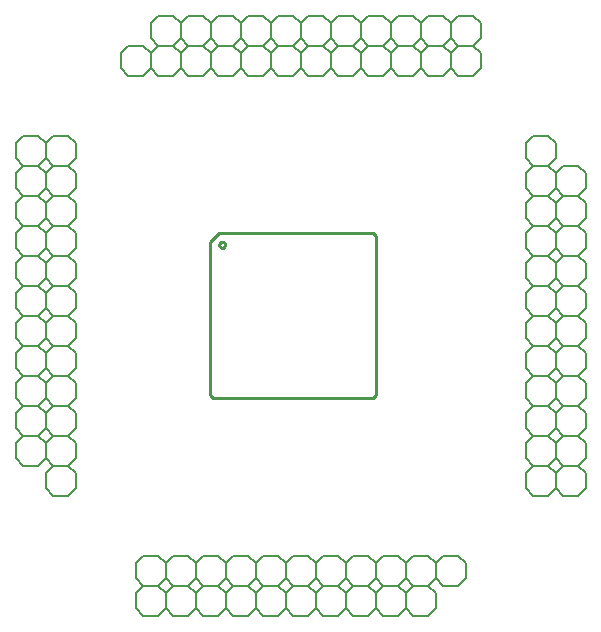
<source format=gto>
G75*
G70*
%OFA0B0*%
%FSLAX24Y24*%
%IPPOS*%
%LPD*%
%AMOC8*
5,1,8,0,0,1.08239X$1,22.5*
%
%ADD10C,0.0100*%
%ADD11C,0.0080*%
D10*
X007197Y008302D02*
X007099Y008401D01*
X007099Y013519D01*
X007394Y013814D01*
X012512Y013814D01*
X012611Y013716D01*
X012611Y008401D01*
X012512Y008302D01*
X007197Y008302D01*
X007395Y013420D02*
X007397Y013439D01*
X007402Y013458D01*
X007412Y013474D01*
X007424Y013489D01*
X007439Y013501D01*
X007455Y013511D01*
X007474Y013516D01*
X007493Y013518D01*
X007512Y013516D01*
X007531Y013511D01*
X007547Y013501D01*
X007562Y013489D01*
X007574Y013474D01*
X007584Y013458D01*
X007589Y013439D01*
X007591Y013420D01*
X007589Y013401D01*
X007584Y013382D01*
X007574Y013366D01*
X007562Y013351D01*
X007547Y013339D01*
X007531Y013329D01*
X007512Y013324D01*
X007493Y013322D01*
X007474Y013324D01*
X007455Y013329D01*
X007439Y013339D01*
X007424Y013351D01*
X007412Y013366D01*
X007402Y013382D01*
X007397Y013401D01*
X007395Y013420D01*
D11*
X004605Y001308D02*
X004855Y001058D01*
X005355Y001058D01*
X005605Y001308D01*
X005855Y001058D01*
X006355Y001058D01*
X006605Y001308D01*
X006605Y001808D01*
X006355Y002058D01*
X005855Y002058D01*
X005605Y001808D01*
X005605Y001308D01*
X005605Y001808D01*
X005355Y002058D01*
X005605Y002308D01*
X005605Y002808D01*
X005355Y003058D01*
X004855Y003058D01*
X004605Y002808D01*
X004605Y002308D01*
X004855Y002058D01*
X005355Y002058D01*
X004855Y002058D01*
X004605Y001808D01*
X004605Y001308D01*
X005605Y002308D02*
X005855Y002058D01*
X006355Y002058D01*
X006605Y002308D01*
X006605Y002808D01*
X006355Y003058D01*
X005855Y003058D01*
X005605Y002808D01*
X005605Y002308D01*
X006605Y002308D02*
X006855Y002058D01*
X006605Y001808D01*
X006605Y001308D01*
X006855Y001058D01*
X007355Y001058D01*
X007605Y001308D01*
X007855Y001058D01*
X008355Y001058D01*
X008605Y001308D01*
X008855Y001058D01*
X009355Y001058D01*
X009605Y001308D01*
X009855Y001058D01*
X010355Y001058D01*
X010605Y001308D01*
X010855Y001058D01*
X011355Y001058D01*
X011605Y001308D01*
X011855Y001058D01*
X012355Y001058D01*
X012605Y001308D01*
X012855Y001058D01*
X013355Y001058D01*
X013605Y001308D01*
X013855Y001058D01*
X014355Y001058D01*
X014605Y001308D01*
X014605Y001808D01*
X014355Y002058D01*
X013855Y002058D01*
X013605Y001808D01*
X013605Y001308D01*
X013605Y001808D01*
X013355Y002058D01*
X012855Y002058D01*
X012605Y001808D01*
X012605Y001308D01*
X012605Y001808D01*
X012355Y002058D01*
X011855Y002058D01*
X011605Y001808D01*
X011605Y001308D01*
X011605Y001808D01*
X011355Y002058D01*
X010855Y002058D01*
X010605Y001808D01*
X010605Y001308D01*
X010605Y001808D01*
X010355Y002058D01*
X009855Y002058D01*
X009605Y001808D01*
X009605Y001308D01*
X009605Y001808D01*
X009355Y002058D01*
X008855Y002058D01*
X008605Y001808D01*
X008605Y001308D01*
X008605Y001808D01*
X008355Y002058D01*
X007855Y002058D01*
X007605Y001808D01*
X007605Y001308D01*
X007605Y001808D01*
X007355Y002058D01*
X006855Y002058D01*
X007355Y002058D01*
X007605Y002308D01*
X007855Y002058D01*
X008355Y002058D01*
X008605Y002308D01*
X008855Y002058D01*
X009355Y002058D01*
X009605Y002308D01*
X009855Y002058D01*
X010355Y002058D01*
X010605Y002308D01*
X010855Y002058D01*
X011355Y002058D01*
X011605Y002308D01*
X011855Y002058D01*
X012355Y002058D01*
X012605Y002308D01*
X012855Y002058D01*
X013355Y002058D01*
X013605Y002308D01*
X013855Y002058D01*
X014355Y002058D01*
X014605Y002308D01*
X014855Y002058D01*
X015355Y002058D01*
X015605Y002308D01*
X015605Y002808D01*
X015355Y003058D01*
X014855Y003058D01*
X014605Y002808D01*
X014605Y002308D01*
X014605Y002808D01*
X014355Y003058D01*
X013855Y003058D01*
X013605Y002808D01*
X013605Y002308D01*
X013605Y002808D01*
X013355Y003058D01*
X012855Y003058D01*
X012605Y002808D01*
X012605Y002308D01*
X012605Y002808D01*
X012355Y003058D01*
X011855Y003058D01*
X011605Y002808D01*
X011605Y002308D01*
X011605Y002808D01*
X011355Y003058D01*
X010855Y003058D01*
X010605Y002808D01*
X010605Y002308D01*
X010605Y002808D01*
X010355Y003058D01*
X009855Y003058D01*
X009605Y002808D01*
X009605Y002308D01*
X009605Y002808D01*
X009355Y003058D01*
X008855Y003058D01*
X008605Y002808D01*
X008605Y002308D01*
X008605Y002808D01*
X008355Y003058D01*
X007855Y003058D01*
X007605Y002808D01*
X007605Y002308D01*
X007605Y002808D01*
X007355Y003058D01*
X006855Y003058D01*
X006605Y002808D01*
X006605Y002308D01*
X002605Y005308D02*
X002605Y005808D01*
X002355Y006058D01*
X001855Y006058D01*
X001605Y005808D01*
X001605Y005308D01*
X001855Y005058D01*
X002355Y005058D01*
X002605Y005308D01*
X002355Y006058D02*
X001855Y006058D01*
X001605Y006308D01*
X001605Y006808D01*
X001855Y007058D01*
X002355Y007058D01*
X002605Y006808D01*
X002605Y006308D01*
X002355Y006058D01*
X001605Y006308D02*
X001605Y006808D01*
X001355Y007058D01*
X000855Y007058D01*
X000605Y006808D01*
X000605Y006308D01*
X000855Y006058D01*
X001355Y006058D01*
X001605Y006308D01*
X001855Y007058D02*
X002355Y007058D01*
X002605Y007308D01*
X002605Y007808D01*
X002355Y008058D01*
X001855Y008058D01*
X001605Y007808D01*
X001605Y007308D01*
X001355Y007058D01*
X000855Y007058D01*
X000605Y007308D01*
X000605Y007808D01*
X000855Y008058D01*
X001355Y008058D01*
X001605Y007808D01*
X001605Y007308D01*
X001855Y007058D01*
X001855Y008058D02*
X002355Y008058D01*
X002605Y008308D01*
X002605Y008808D01*
X002355Y009058D01*
X001855Y009058D01*
X001605Y008808D01*
X001605Y008308D01*
X001355Y008058D01*
X000855Y008058D01*
X000605Y008308D01*
X000605Y008808D01*
X000855Y009058D01*
X001355Y009058D01*
X001605Y008808D01*
X001605Y008308D01*
X001855Y008058D01*
X001855Y009058D02*
X002355Y009058D01*
X002605Y009308D01*
X002605Y009808D01*
X002355Y010058D01*
X001855Y010058D01*
X001605Y009808D01*
X001605Y009308D01*
X001355Y009058D01*
X000855Y009058D01*
X000605Y009308D01*
X000605Y009808D01*
X000855Y010058D01*
X001355Y010058D01*
X001605Y009808D01*
X001605Y009308D01*
X001855Y009058D01*
X001855Y010058D02*
X002355Y010058D01*
X002605Y010308D01*
X002605Y010808D01*
X002355Y011058D01*
X002605Y011308D01*
X002605Y011808D01*
X002355Y012058D01*
X002605Y012308D01*
X002605Y012808D01*
X002355Y013058D01*
X001855Y013058D01*
X001605Y012808D01*
X001605Y012308D01*
X001855Y012058D01*
X002355Y012058D01*
X001855Y012058D01*
X001605Y011808D01*
X001605Y011308D01*
X001855Y011058D01*
X002355Y011058D01*
X001855Y011058D01*
X001605Y010808D01*
X001605Y010308D01*
X001355Y010058D01*
X000855Y010058D01*
X000605Y010308D01*
X000605Y010808D01*
X000855Y011058D01*
X001355Y011058D01*
X001605Y010808D01*
X001605Y010308D01*
X001855Y010058D01*
X001355Y011058D02*
X000855Y011058D01*
X000605Y011308D01*
X000605Y011808D01*
X000855Y012058D01*
X001355Y012058D01*
X001605Y011808D01*
X001605Y011308D01*
X001355Y011058D01*
X001355Y012058D02*
X000855Y012058D01*
X000605Y012308D01*
X000605Y012808D01*
X000855Y013058D01*
X001355Y013058D01*
X001605Y013308D01*
X001605Y013808D01*
X001355Y014058D01*
X000855Y014058D01*
X000605Y013808D01*
X000605Y013308D01*
X000855Y013058D01*
X001355Y013058D01*
X001605Y012808D01*
X001605Y012308D01*
X001355Y012058D01*
X001855Y013058D02*
X002355Y013058D01*
X002605Y013308D01*
X002605Y013808D01*
X002355Y014058D01*
X001855Y014058D01*
X001605Y013808D01*
X001605Y013308D01*
X001855Y013058D01*
X001855Y014058D02*
X002355Y014058D01*
X002605Y014308D01*
X002605Y014808D01*
X002355Y015058D01*
X001855Y015058D01*
X001605Y014808D01*
X001605Y014308D01*
X001355Y014058D01*
X000855Y014058D01*
X000605Y014308D01*
X000605Y014808D01*
X000855Y015058D01*
X001355Y015058D01*
X001605Y014808D01*
X001605Y014308D01*
X001855Y014058D01*
X001855Y015058D02*
X002355Y015058D01*
X002605Y015308D01*
X002605Y015808D01*
X002355Y016058D01*
X001855Y016058D01*
X001605Y015808D01*
X001605Y015308D01*
X001355Y015058D01*
X000855Y015058D01*
X000605Y015308D01*
X000605Y015808D01*
X000855Y016058D01*
X001355Y016058D01*
X001605Y015808D01*
X001605Y015308D01*
X001855Y015058D01*
X001855Y016058D02*
X002355Y016058D01*
X002605Y016308D01*
X002605Y016808D01*
X002355Y017058D01*
X001855Y017058D01*
X001605Y016808D01*
X001605Y016308D01*
X001355Y016058D01*
X000855Y016058D01*
X000605Y016308D01*
X000605Y016808D01*
X000855Y017058D01*
X001355Y017058D01*
X001605Y016808D01*
X001605Y016308D01*
X001855Y016058D01*
X004355Y019058D02*
X004855Y019058D01*
X005105Y019308D01*
X005105Y019808D01*
X004855Y020058D01*
X004355Y020058D01*
X004105Y019808D01*
X004105Y019308D01*
X004355Y019058D01*
X005105Y019308D02*
X005355Y019058D01*
X005855Y019058D01*
X006105Y019308D01*
X006355Y019058D01*
X006855Y019058D01*
X007105Y019308D01*
X007355Y019058D01*
X007855Y019058D01*
X008105Y019308D01*
X008355Y019058D01*
X008855Y019058D01*
X009105Y019308D01*
X009355Y019058D01*
X009855Y019058D01*
X010105Y019308D01*
X010105Y019808D01*
X009855Y020058D01*
X009355Y020058D01*
X009105Y019808D01*
X009105Y019308D01*
X009105Y019808D01*
X008855Y020058D01*
X008355Y020058D01*
X008105Y019808D01*
X008105Y019308D01*
X008105Y019808D01*
X007855Y020058D01*
X008105Y020308D01*
X008355Y020058D01*
X008855Y020058D01*
X009105Y020308D01*
X009355Y020058D01*
X009855Y020058D01*
X010105Y020308D01*
X010105Y020808D01*
X009855Y021058D01*
X009355Y021058D01*
X009105Y020808D01*
X009105Y020308D01*
X009105Y020808D01*
X008855Y021058D01*
X008355Y021058D01*
X008105Y020808D01*
X008105Y020308D01*
X008105Y020808D01*
X007855Y021058D01*
X007355Y021058D01*
X007105Y020808D01*
X007105Y020308D01*
X007355Y020058D01*
X007855Y020058D01*
X007355Y020058D01*
X007105Y019808D01*
X007105Y019308D01*
X007105Y019808D01*
X006855Y020058D01*
X006355Y020058D01*
X006105Y019808D01*
X006105Y019308D01*
X006105Y019808D01*
X005855Y020058D01*
X006105Y020308D01*
X006105Y020808D01*
X005855Y021058D01*
X005355Y021058D01*
X005105Y020808D01*
X005105Y020308D01*
X005355Y020058D01*
X005855Y020058D01*
X005355Y020058D01*
X005105Y019808D01*
X005105Y019308D01*
X006105Y020308D02*
X006355Y020058D01*
X006855Y020058D01*
X007105Y020308D01*
X007105Y020808D01*
X006855Y021058D01*
X006355Y021058D01*
X006105Y020808D01*
X006105Y020308D01*
X010105Y020308D02*
X010355Y020058D01*
X010105Y019808D01*
X010105Y019308D01*
X010355Y019058D01*
X010855Y019058D01*
X011105Y019308D01*
X011355Y019058D01*
X011855Y019058D01*
X012105Y019308D01*
X012355Y019058D01*
X012855Y019058D01*
X013105Y019308D01*
X013355Y019058D01*
X013855Y019058D01*
X014105Y019308D01*
X014355Y019058D01*
X014855Y019058D01*
X015105Y019308D01*
X015355Y019058D01*
X015855Y019058D01*
X016105Y019308D01*
X016105Y019808D01*
X015855Y020058D01*
X015355Y020058D01*
X015105Y019808D01*
X015105Y019308D01*
X015105Y019808D01*
X014855Y020058D01*
X014355Y020058D01*
X014105Y019808D01*
X014105Y019308D01*
X014105Y019808D01*
X013855Y020058D01*
X013355Y020058D01*
X013105Y019808D01*
X013105Y019308D01*
X013105Y019808D01*
X012855Y020058D01*
X012355Y020058D01*
X012105Y019808D01*
X012105Y019308D01*
X012105Y019808D01*
X011855Y020058D01*
X011355Y020058D01*
X011105Y019808D01*
X011105Y019308D01*
X011105Y019808D01*
X010855Y020058D01*
X010355Y020058D01*
X010855Y020058D01*
X011105Y020308D01*
X011355Y020058D01*
X011855Y020058D01*
X012105Y020308D01*
X012355Y020058D01*
X012855Y020058D01*
X013105Y020308D01*
X013355Y020058D01*
X013855Y020058D01*
X014105Y020308D01*
X014105Y020808D01*
X013855Y021058D01*
X013355Y021058D01*
X013105Y020808D01*
X013105Y020308D01*
X013105Y020808D01*
X012855Y021058D01*
X012355Y021058D01*
X012105Y020808D01*
X012105Y020308D01*
X012105Y020808D01*
X011855Y021058D01*
X011355Y021058D01*
X011105Y020808D01*
X011105Y020308D01*
X011105Y020808D01*
X010855Y021058D01*
X010355Y021058D01*
X010105Y020808D01*
X010105Y020308D01*
X014105Y020308D02*
X014355Y020058D01*
X014855Y020058D01*
X015105Y020308D01*
X015355Y020058D01*
X015855Y020058D01*
X016105Y020308D01*
X016105Y020808D01*
X015855Y021058D01*
X015355Y021058D01*
X015105Y020808D01*
X015105Y020308D01*
X015105Y020808D01*
X014855Y021058D01*
X014355Y021058D01*
X014105Y020808D01*
X014105Y020308D01*
X017605Y016808D02*
X017605Y016308D01*
X017855Y016058D01*
X017605Y015808D01*
X017605Y015308D01*
X017855Y015058D01*
X017605Y014808D01*
X017605Y014308D01*
X017855Y014058D01*
X018355Y014058D01*
X018605Y014308D01*
X018605Y014808D01*
X018355Y015058D01*
X017855Y015058D01*
X018355Y015058D01*
X018605Y015308D01*
X018605Y015808D01*
X018355Y016058D01*
X017855Y016058D01*
X018355Y016058D01*
X018605Y016308D01*
X018605Y016808D01*
X018355Y017058D01*
X017855Y017058D01*
X017605Y016808D01*
X018605Y015808D02*
X018605Y015308D01*
X018855Y015058D01*
X018605Y014808D01*
X018605Y014308D01*
X018855Y014058D01*
X019355Y014058D01*
X019605Y014308D01*
X019605Y014808D01*
X019355Y015058D01*
X018855Y015058D01*
X019355Y015058D01*
X019605Y015308D01*
X019605Y015808D01*
X019355Y016058D01*
X018855Y016058D01*
X018605Y015808D01*
X018855Y014058D02*
X018605Y013808D01*
X018605Y013308D01*
X018855Y013058D01*
X019355Y013058D01*
X019605Y013308D01*
X019605Y013808D01*
X019355Y014058D01*
X018855Y014058D01*
X018605Y013808D02*
X018605Y013308D01*
X018355Y013058D01*
X017855Y013058D01*
X017605Y013308D01*
X017605Y013808D01*
X017855Y014058D01*
X018355Y014058D01*
X018605Y013808D01*
X018855Y013058D02*
X018605Y012808D01*
X018605Y012308D01*
X018855Y012058D01*
X019355Y012058D01*
X019605Y012308D01*
X019605Y012808D01*
X019355Y013058D01*
X018855Y013058D01*
X018605Y012808D02*
X018605Y012308D01*
X018355Y012058D01*
X017855Y012058D01*
X017605Y012308D01*
X017605Y012808D01*
X017855Y013058D01*
X018355Y013058D01*
X018605Y012808D01*
X018855Y012058D02*
X018605Y011808D01*
X018605Y011308D01*
X018855Y011058D01*
X019355Y011058D01*
X019605Y011308D01*
X019605Y011808D01*
X019355Y012058D01*
X018855Y012058D01*
X018605Y011808D02*
X018605Y011308D01*
X018355Y011058D01*
X017855Y011058D01*
X017605Y011308D01*
X017605Y011808D01*
X017855Y012058D01*
X018355Y012058D01*
X018605Y011808D01*
X018855Y011058D02*
X019355Y011058D01*
X019605Y010808D01*
X019605Y010308D01*
X019355Y010058D01*
X018855Y010058D01*
X018605Y009808D01*
X018605Y009308D01*
X018855Y009058D01*
X019355Y009058D01*
X019605Y009308D01*
X019605Y009808D01*
X019355Y010058D01*
X018855Y010058D01*
X018605Y010308D01*
X018605Y010808D01*
X018855Y011058D01*
X018605Y010808D02*
X018605Y010308D01*
X018355Y010058D01*
X017855Y010058D01*
X017605Y009808D01*
X017605Y009308D01*
X017855Y009058D01*
X018355Y009058D01*
X018605Y009308D01*
X018605Y009808D01*
X018355Y010058D01*
X017855Y010058D01*
X017605Y010308D01*
X017605Y010808D01*
X017855Y011058D01*
X018355Y011058D01*
X018605Y010808D01*
X018855Y009058D02*
X018605Y008808D01*
X018605Y008308D01*
X018855Y008058D01*
X019355Y008058D01*
X019605Y008308D01*
X019605Y008808D01*
X019355Y009058D01*
X018855Y009058D01*
X018605Y008808D02*
X018605Y008308D01*
X018355Y008058D01*
X017855Y008058D01*
X017605Y008308D01*
X017605Y008808D01*
X017855Y009058D01*
X018355Y009058D01*
X018605Y008808D01*
X018855Y008058D02*
X018605Y007808D01*
X018605Y007308D01*
X018855Y007058D01*
X019355Y007058D01*
X019605Y007308D01*
X019605Y007808D01*
X019355Y008058D01*
X018855Y008058D01*
X018605Y007808D02*
X018605Y007308D01*
X018355Y007058D01*
X017855Y007058D01*
X017605Y007308D01*
X017605Y007808D01*
X017855Y008058D01*
X018355Y008058D01*
X018605Y007808D01*
X018855Y007058D02*
X018605Y006808D01*
X018605Y006308D01*
X018855Y006058D01*
X019355Y006058D01*
X019605Y006308D01*
X019605Y006808D01*
X019355Y007058D01*
X018855Y007058D01*
X018605Y006808D02*
X018605Y006308D01*
X018355Y006058D01*
X017855Y006058D01*
X017605Y006308D01*
X017605Y006808D01*
X017855Y007058D01*
X018355Y007058D01*
X018605Y006808D01*
X018855Y006058D02*
X018605Y005808D01*
X018605Y005308D01*
X018855Y005058D01*
X019355Y005058D01*
X019605Y005308D01*
X019605Y005808D01*
X019355Y006058D01*
X018855Y006058D01*
X018605Y005808D02*
X018605Y005308D01*
X018355Y005058D01*
X017855Y005058D01*
X017605Y005308D01*
X017605Y005808D01*
X017855Y006058D01*
X018355Y006058D01*
X018605Y005808D01*
M02*

</source>
